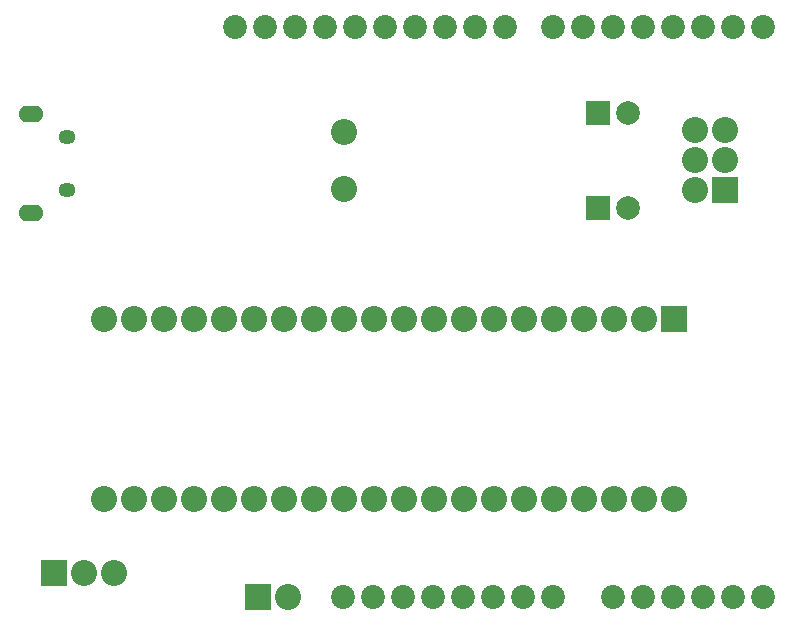
<source format=gbr>
%TF.GenerationSoftware,Altium Limited,Altium Designer,20.2.6 (244)*%
G04 Layer_Color=16711935*
%FSLAX26Y26*%
%MOIN*%
%TF.SameCoordinates,5A7C1849-F1A5-4743-A48D-7E663CB7BB3B*%
%TF.FilePolarity,Negative*%
%TF.FileFunction,Soldermask,Bot*%
%TF.Part,Single*%
G01*
G75*
%TA.AperFunction,ComponentPad*%
%ADD30R,0.078740X0.078740*%
%ADD31C,0.078740*%
%ADD37R,0.086740X0.086740*%
%ADD38C,0.086740*%
%ADD39R,0.086740X0.086740*%
%ADD40C,0.079528*%
%ADD41O,0.057213X0.049339*%
%ADD42O,0.082803X0.055244*%
D30*
X1950000Y1397638D02*
D03*
Y1712598D02*
D03*
D31*
X2050000Y1397638D02*
D03*
Y1712598D02*
D03*
D37*
X816142Y100000D02*
D03*
X135000Y180000D02*
D03*
D38*
X916142Y100000D02*
D03*
X2101968Y1028347D02*
D03*
X2001968D02*
D03*
X1901968D02*
D03*
X1801968D02*
D03*
X1701968D02*
D03*
X1601968D02*
D03*
X1501968D02*
D03*
X1401968D02*
D03*
X1301968D02*
D03*
X1201968D02*
D03*
X1101968D02*
D03*
X1001968D02*
D03*
X901968D02*
D03*
X801968D02*
D03*
X701968D02*
D03*
X601968D02*
D03*
X501969D02*
D03*
X401969D02*
D03*
X301969D02*
D03*
X2201968Y428346D02*
D03*
X2101968D02*
D03*
X2001968D02*
D03*
X1901968D02*
D03*
X1801968D02*
D03*
X1701968D02*
D03*
X1601968D02*
D03*
X1501968D02*
D03*
X1401968D02*
D03*
X1301968D02*
D03*
X1201968D02*
D03*
X1101968D02*
D03*
X1001968D02*
D03*
X901968D02*
D03*
X801968D02*
D03*
X701968D02*
D03*
X601968D02*
D03*
X501969D02*
D03*
X401969D02*
D03*
X301969D02*
D03*
X1102362Y1651181D02*
D03*
Y1459055D02*
D03*
X335000Y180000D02*
D03*
X235000D02*
D03*
X2272835Y1457480D02*
D03*
X2372835Y1557480D02*
D03*
Y1657480D02*
D03*
X2272835Y1557480D02*
D03*
Y1657480D02*
D03*
D39*
X2201968Y1028347D02*
D03*
X2372835Y1457480D02*
D03*
D40*
X940000Y2000000D02*
D03*
X1040000D02*
D03*
X1240000D02*
D03*
X1440000D02*
D03*
X1640000D02*
D03*
X1540000D02*
D03*
X1340000D02*
D03*
X1140000D02*
D03*
X840000D02*
D03*
X740000D02*
D03*
X1800000D02*
D03*
X1900000D02*
D03*
X2100000D02*
D03*
X2500000D02*
D03*
X2000000D02*
D03*
X2200000D02*
D03*
X2300000D02*
D03*
X2400000D02*
D03*
X2000000Y100000D02*
D03*
X2100000D02*
D03*
X2300000D02*
D03*
X2500000D02*
D03*
X2400000D02*
D03*
X2200000D02*
D03*
X1300000D02*
D03*
X1800000D02*
D03*
X1400000D02*
D03*
X1200000D02*
D03*
X1100000D02*
D03*
X1500000D02*
D03*
X1600000D02*
D03*
X1700000D02*
D03*
D41*
X178740Y1632874D02*
D03*
Y1457677D02*
D03*
D42*
X60630Y1380905D02*
D03*
Y1709646D02*
D03*
%TF.MD5,1518209b392f64dceceea3b720304116*%
M02*

</source>
